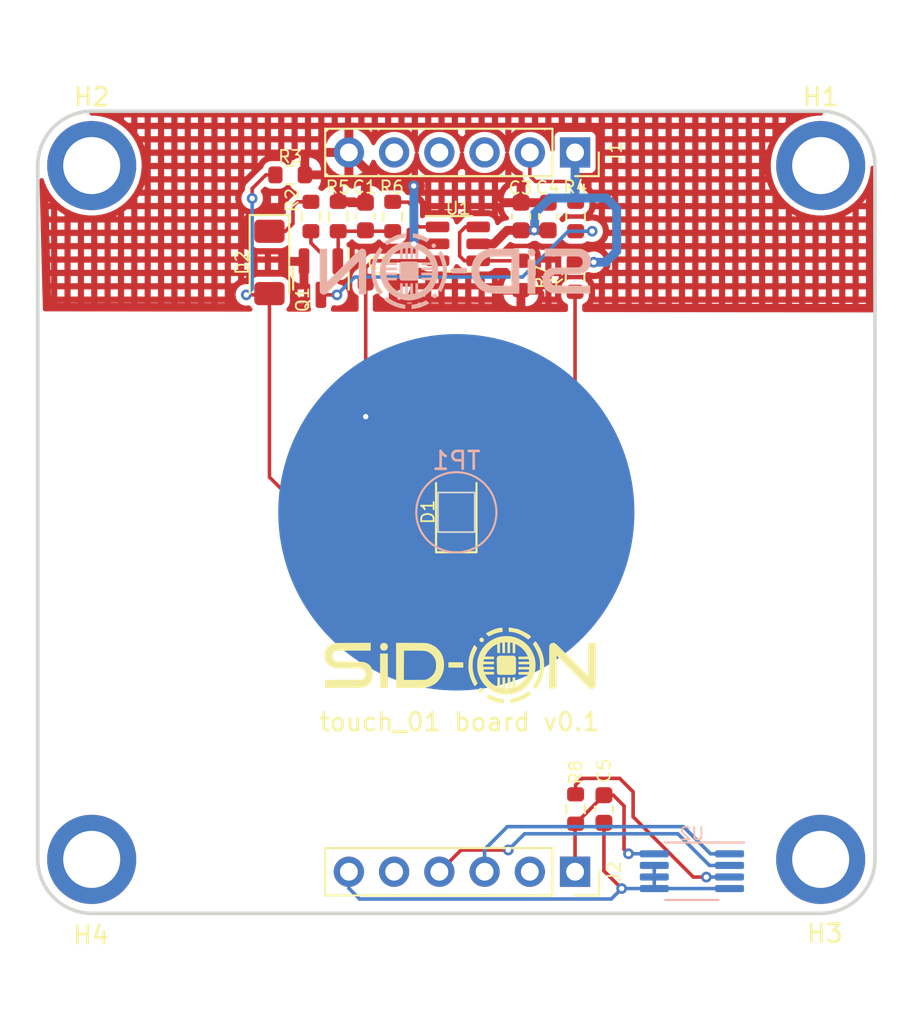
<source format=kicad_pcb>
(kicad_pcb (version 20221018) (generator pcbnew)
  (layers (0 "F.Cu" signal) (31 "B.Cu" signal) (34 "B.Paste" user) (35 "F.Paste" user) (36 "B.SilkS" user "B.Silkscreen") (37 "F.SilkS" user "F.Silkscreen") (38 "B.Mask" user) (39 "F.Mask" user) (44 "Edge.Cuts" user))
  (net 0 "")
  (net 1 "Net-(Q1-B)")
  (net 2 "GND")
  (net 3 "Net-(U1-I)")
  (net 4 "+3V3")
  (net 5 "Net-(D1-K)")
  (net 6 "Net-(D1-A)")
  (net 7 "Net-(D2-K)")
  (net 8 "TOUCH_1")
  (net 9 "TOUCH_2")
  (net 10 "TOUCH_3")
  (net 11 "TOUCH_4")
  (net 12 "1-WIRE")
  (net 13 "SDA")
  (net 14 "SCL")
  (net 15 "GPIO8")
  (net 16 "Net-(Q1-C)")
  (net 17 "Net-(U1-Q)")
  (net 18 "Net-(U1-AHLB)")
  (net 19 "Net-(U2-Alert)")
  (footprint "Capacitor_SMD:C_0603_1608Metric" (layer "F.Cu") (at 151.84 120.76 -90)
    (fp_text reference "C5" (at -2.13 -0.01 90) (layer "F.SilkS") (effects (font (size 0.7 0.7) (thickness 0.1))))
    (fp_text value "100nF")
    (pad "1" smd roundrect (at -0.775 0 270) (size 0.9 0.95) (layers "F.Cu" "F.Paste" "F.Mask") (net 4 "+3V3"))
    (pad "2" smd roundrect (at 0.775 0 270) (size 0.9 0.95) (layers "F.Cu" "F.Paste" "F.Mask") (net 2 "GND"))
  )
  (footprint "Resistor_SMD:R_0603_1608Metric" (layer "F.Cu") (at 150.22 90.915 90)
    (fp_text reference "R1" (at 0 -1.04 90) (layer "F.SilkS") (effects (font (size 0.7 0.7) (thickness 0.1))))
    (fp_text value "1k")
    (pad "1" smd roundrect (at -0.825 0 90) (size 0.8 0.95) (layers "F.Cu" "F.Paste" "F.Mask") (net 6 "Net-(D1-A)"))
    (pad "2" smd roundrect (at 0.825 0 90) (size 0.8 0.95) (layers "F.Cu" "F.Paste" "F.Mask") (net 4 "+3V3"))
  )
  (footprint "Connector_PinSocket_2.54mm:PinSocket_1x06_P2.54mm_Vertical" (layer "F.Cu") (at 150.22 124.28 -90)
    (fp_text reference "J2" (at 0 -2.2 90) (layer "F.SilkS") (effects (font (size 0.7 0.7) (thickness 0.1))))
    (fp_text value "Screw_Terminal_01x06")
    (pad "1" thru_hole rect (at 0 0 270) (size 1.7 1.7) (drill 1) (layers "*.Cu" "*.Mask") (net 4 "+3V3"))
    (pad "2" thru_hole oval (at 0 2.54 270) (size 1.7 1.7) (drill 1) (layers "*.Cu" "*.Mask") (net 12 "1-WIRE"))
    (pad "3" thru_hole oval (at 0 5.08 270) (size 1.7 1.7) (drill 1) (layers "*.Cu" "*.Mask") (net 13 "SDA"))
    (pad "4" thru_hole oval (at 0 7.62 270) (size 1.7 1.7) (drill 1) (layers "*.Cu" "*.Mask") (net 14 "SCL"))
    (pad "5" thru_hole oval (at 0 10.16 270) (size 1.7 1.7) (drill 1) (layers "*.Cu" "*.Mask") (net 15 "GPIO8"))
    (pad "6" thru_hole oval (at 0 12.7 270) (size 1.7 1.7) (drill 1) (layers "*.Cu" "*.Mask") (net 2 "GND"))
  )
  (footprint "MountingHole:MountingHole_3.2mm_M3_ISO7380_Pad" (layer "F.Cu") (at 164.01 84.656676)
    (fp_text reference "H1" (at 0 -3.85) (layer "F.SilkS"))
    (fp_text value "MountingHole")
    (pad "1" thru_hole circle (at 0 0) (size 5 5) (drill 3.2) (layers "*.Cu" "*.Mask"))
  )
  (footprint "Resistor_SMD:R_0603_1608Metric" (layer "F.Cu") (at 150.25 120.76 90)
    (fp_text reference "R8" (at 2.06 0.01 90) (layer "F.SilkS") (effects (font (size 0.7 0.7) (thickness 0.1))))
    (fp_text value "10k")
    (pad "1" smd roundrect (at -0.825 0 90) (size 0.8 0.95) (layers "F.Cu" "F.Paste" "F.Mask") (net 4 "+3V3"))
    (pad "2" smd roundrect (at 0.825 0 90) (size 0.8 0.95) (layers "F.Cu" "F.Paste" "F.Mask") (net 19 "Net-(U2-Alert)"))
  )
  (footprint "Resistor_SMD:R_0603_1608Metric" (layer "F.Cu") (at 150.25 87.515 -90)
    (fp_text reference "R4" (at -1.655 0.02 -180) (layer "F.SilkS") (effects (font (size 0.7 0.7) (thickness 0.1))))
    (fp_text value "1k")
    (pad "1" smd roundrect (at -0.825 0 270) (size 0.8 0.95) (layers "F.Cu" "F.Paste" "F.Mask") (net 8 "TOUCH_1"))
    (pad "2" smd roundrect (at 0.825 0 270) (size 0.8 0.95) (layers "F.Cu" "F.Paste" "F.Mask") (net 16 "Net-(Q1-C)"))
  )
  (footprint "MountingHole:MountingHole_3.2mm_M3_ISO7380_Pad" (layer "F.Cu") (at 123.08 84.656676)
    (fp_text reference "H2" (at 0 -3.85) (layer "F.SilkS"))
    (fp_text value "MountingHole")
    (pad "1" thru_hole circle (at 0 0) (size 5 5) (drill 3.2) (layers "*.Cu" "*.Mask"))
  )
  (footprint "Package_TO_SOT_SMD:SOT-23-6" (layer "F.Cu") (at 143.64 89.05)
    (fp_text reference "U1" (at 0.01 -2) (layer "F.SilkS") (effects (font (size 0.7 0.7) (thickness 0.1))))
    (fp_text value "TTP223-BA6")
    (pad "1" smd roundrect (at -1.1375 -0.95) (size 1.325 0.6) (layers "F.Cu" "F.Paste" "F.Mask") (net 17 "Net-(U1-Q)"))
    (pad "2" smd roundrect (at -1.1375 0) (size 1.325 0.6) (layers "F.Cu" "F.Paste" "F.Mask") (net 2 "GND"))
    (pad "3" smd roundrect (at -1.1375 0.95) (size 1.325 0.6) (layers "F.Cu" "F.Paste" "F.Mask") (net 3 "Net-(U1-I)"))
    (pad "4" smd roundrect (at 1.1375 0.95) (size 1.325 0.6) (layers "F.Cu" "F.Paste" "F.Mask") (net 18 "Net-(U1-AHLB)"))
    (pad "5" smd roundrect (at 1.1375 0) (size 1.325 0.6) (layers "F.Cu" "F.Paste" "F.Mask") (net 4 "+3V3"))
    (pad "6" smd roundrect (at 1.1375 -0.95) (size 1.325 0.6) (layers "F.Cu" "F.Paste" "F.Mask") (net 18 "Net-(U1-AHLB)"))
  )
  (footprint "Resistor_SMD:R_0603_1608Metric" (layer "F.Cu") (at 134.22 85.18 180)
    (fp_text reference "R3" (at -0.01 1.02) (layer "F.SilkS") (effects (font (size 0.7 0.7) (thickness 0.1))))
    (fp_text value "47k")
    (pad "1" smd roundrect (at -0.825 0 180) (size 0.8 0.95) (layers "F.Cu" "F.Paste" "F.Mask") (net 2 "GND"))
    (pad "2" smd roundrect (at 0.825 0 180) (size 0.8 0.95) (layers "F.Cu" "F.Paste" "F.Mask") (net 5 "Net-(D1-K)"))
  )
  (footprint "Capacitor_SMD:C_0603_1608Metric" (layer "F.Cu") (at 147.19 87.515 90)
    (fp_text reference "C3" (at 1.605 -0.03 180) (layer "F.SilkS") (effects (font (size 0.7 0.7) (thickness 0.1))))
    (fp_text value "100nF")
    (pad "1" smd roundrect (at -0.775 0 90) (size 0.9 0.95) (layers "F.Cu" "F.Paste" "F.Mask") (net 4 "+3V3"))
    (pad "2" smd roundrect (at 0.775 0 90) (size 0.9 0.95) (layers "F.Cu" "F.Paste" "F.Mask") (net 2 "GND"))
  )
  (footprint "LED_SMD:LED_1206_3216Metric" (layer "F.Cu") (at 143.55 104.07 90)
    (fp_text reference "D1" (at -0.02 -1.59 90) (layer "F.SilkS") (effects (font (size 0.7 0.7) (thickness 0.1))))
    (fp_text value "LED")
    (pad "1" smd roundrect (at -1.4 0 90) (size 1.25 1.75) (layers "F.Cu" "F.Paste" "F.Mask") (roundrect_rratio 0.2) (net 5 "Net-(D1-K)"))
    (pad "2" smd roundrect (at 1.4 0 90) (size 1.25 1.75) (layers "F.Cu" "F.Paste" "F.Mask") (roundrect_rratio 0.2) (net 6 "Net-(D1-A)"))
  )
  (footprint "Capacitor_SMD:C_0603_1608Metric" (layer "F.Cu") (at 148.71 87.515 90)
    (fp_text reference "C4" (at 1.625 -0.03 180) (layer "F.SilkS") (effects (font (size 0.7 0.7) (thickness 0.1))))
    (fp_text value "10uF")
    (pad "1" smd roundrect (at -0.775 0 90) (size 0.9 0.95) (layers "F.Cu" "F.Paste" "F.Mask") (net 4 "+3V3"))
    (pad "2" smd roundrect (at 0.775 0 90) (size 0.9 0.95) (layers "F.Cu" "F.Paste" "F.Mask") (net 2 "GND"))
  )
  (footprint "sid-on:sid-on1" (layer "F.Cu") (at 144.07 112.846676)
    (fp_text reference "G***" hide)
    (fp_text value "LOGO" hide)
  )
  (footprint "Capacitor_SMD:C_0603_1608Metric" (layer "F.Cu") (at 139.24 91.2)
    (fp_text reference "C2" (at -0.01 -1.07) (layer "F.SilkS") (effects (font (size 0.7 0.7) (thickness 0.1))))
    (fp_text value "30pF")
    (pad "1" smd roundrect (at -0.775 0) (size 0.9 0.95) (layers "F.Cu" "F.Paste" "F.Mask") (net 3 "Net-(U1-I)"))
    (pad "2" smd roundrect (at 0.775 0) (size 0.9 0.95) (layers "F.Cu" "F.Paste" "F.Mask") (net 2 "GND"))
  )
  (footprint "Resistor_SMD:R_0603_1608Metric" (layer "F.Cu") (at 136.92 87.515 90)
    (fp_text reference "R5" (at 1.645 -0.02 180) (layer "F.SilkS") (effects (font (size 0.7 0.7) (thickness 0.1))))
    (fp_text value "10k")
    (pad "1" smd roundrect (at -0.825 0 90) (size 0.8 0.95) (layers "F.Cu" "F.Paste" "F.Mask") (net 1 "Net-(Q1-B)"))
    (pad "2" smd roundrect (at 0.825 0 90) (size 0.8 0.95) (layers "F.Cu" "F.Paste" "F.Mask") (net 2 "GND"))
  )
  (footprint "Connector_PinSocket_2.54mm:PinSocket_1x06_P2.54mm_Vertical" (layer "F.Cu") (at 150.22 83.92 -90)
    (fp_text reference "J1" (at 0 -2.26 90) (layer "F.SilkS") (effects (font (size 0.7 0.7) (thickness 0.1))))
    (fp_text value "Screw_Terminal_01x06")
    (pad "1" thru_hole rect (at 0 0 270) (size 1.7 1.7) (drill 1) (layers "*.Cu" "*.Mask") (net 4 "+3V3"))
    (pad "2" thru_hole oval (at 0 2.54 270) (size 1.7 1.7) (drill 1) (layers "*.Cu" "*.Mask") (net 8 "TOUCH_1"))
    (pad "3" thru_hole oval (at 0 5.08 270) (size 1.7 1.7) (drill 1) (layers "*.Cu" "*.Mask") (net 9 "TOUCH_2"))
    (pad "4" thru_hole oval (at 0 7.62 270) (size 1.7 1.7) (drill 1) (layers "*.Cu" "*.Mask") (net 10 "TOUCH_3"))
    (pad "5" thru_hole oval (at 0 10.16 270) (size 1.7 1.7) (drill 1) (layers "*.Cu" "*.Mask") (net 11 "TOUCH_4"))
    (pad "6" thru_hole oval (at 0 12.7 270) (size 1.7 1.7) (drill 1) (layers "*.Cu" "*.Mask") (net 2 "GND"))
  )
  (footprint "Resistor_SMD:R_0603_1608Metric" (layer "F.Cu") (at 147.18 90.82 90)
    (fp_text reference "R7" (at -0.08 1.16 90) (layer "F.SilkS") (effects (font (size 0.7 0.7) (thickness 0.1))))
    (fp_text value "0k_NC")
    (pad "1" smd roundrect (at -0.825 0 90) (size 0.8 0.95) (layers "F.Cu" "F.Paste" "F.Mask") (net 2 "GND"))
    (pad "2" smd roundrect (at 0.825 0 90) (size 0.8 0.95) (layers "F.Cu" "F.Paste" "F.Mask") (net 18 "Net-(U1-AHLB)"))
  )
  (footprint "MountingHole:MountingHole_3.2mm_M3_ISO7380_Pad" (layer "F.Cu") (at 123.08 123.586676)
    (fp_text reference "H4" (at -0.04 4.253324) (layer "F.SilkS"))
    (fp_text value "MountingHole")
    (pad "1" thru_hole circle (at 0 0) (size 5 5) (drill 3.2) (layers "*.Cu" "*.Mask"))
  )
  (footprint "Diode_SMD:D_MiniMELF" (layer "F.Cu") (at 133.06 90.0925 -90)
    (fp_text reference "D2" (at 0.0075 1.54 90) (layer "F.SilkS") (effects (font (size 0.7 0.7) (thickness 0.1))))
    (fp_text value "1N4148")
    (pad "1" smd roundrect (at -1.75 0 270) (size 1.3 1.7) (layers "F.Cu" "F.Paste" "F.Mask") (roundrect_rratio 0.1923076923) (net 7 "Net-(D2-K)"))
    (pad "2" smd roundrect (at 1.75 0 270) (size 1.3 1.7) (layers "F.Cu" "F.Paste" "F.Mask") (roundrect_rratio 0.1923076923) (net 5 "Net-(D1-K)"))
  )
  (footprint "Capacitor_SMD:C_0603_1608Metric" (layer "F.Cu") (at 138.45 87.515 90)
    (fp_text reference "C1" (at 1.655 -0.05 180) (layer "F.SilkS") (effects (font (size 0.7 0.7) (thickness 0.1))))
    (fp_text value "100nF")
    (pad "1" smd roundrect (at -0.775 0 90) (size 0.9 0.95) (layers "F.Cu" "F.Paste" "F.Mask") (net 1 "Net-(Q1-B)"))
    (pad "2" smd roundrect (at 0.775 0 90) (size 0.9 0.95) (layers "F.Cu" "F.Paste" "F.Mask") (net 2 "GND"))
  )
  (footprint "Resistor_SMD:R_0603_1608Metric" (layer "F.Cu") (at 139.98 87.515 90)
    (fp_text reference "R6" (at 1.645 -0.05 180) (layer "F.SilkS") (effects (font (size 0.7 0.7) (thickness 0.1))))
    (fp_text value "1k")
    (pad "1" smd roundrect (at -0.825 0 90) (size 0.8 0.95) (layers "F.Cu" "F.Paste" "F.Mask") (net 1 "Net-(Q1-B)"))
    (pad "2" smd roundrect (at 0.825 0 90) (size 0.8 0.95) (layers "F.Cu" "F.Paste" "F.Mask") (net 17 "Net-(U1-Q)"))
  )
  (footprint "Package_TO_SOT_SMD:SOT-23" (layer "F.Cu") (at 135.95 90.9725 -90)
    (fp_text reference "Q1" (at 1.2075 1.03 90) (layer "F.SilkS") (effects (font (size 0.7 0.7) (thickness 0.1))))
    (fp_text value "BC817")
    (pad "1" smd roundrect (at -0.9375 -0.95 270) (size 1.475 0.6) (layers "F.Cu" "F.Paste" "F.Mask") (net 1 "Net-(Q1-B)"))
    (pad "2" smd roundrect (at -0.9375 0.95 270) (size 1.475 0.6) (layers "F.Cu" "F.Paste" "F.Mask") (net 2 "GND"))
    (pad "3" smd roundrect (at 0.9375 0 270) (size 1.475 0.6) (layers "F.Cu" "F.Paste" "F.Mask") (net 16 "Net-(Q1-C)"))
  )
  (footprint "MountingHole:MountingHole_3.2mm_M3_ISO7380_Pad" (layer "F.Cu") (at 164.01 123.586676)
    (fp_text reference "H3" (at 0.23 4.153324) (layer "F.SilkS"))
    (fp_text value "MountingHole" hide)
    (pad "1" thru_hole circle (at 0 0) (size 5 5) (drill 3.2) (layers "*.Cu" "*.Mask"))
  )
  (footprint "Resistor_SMD:R_0603_1608Metric" (layer "F.Cu") (at 135.39 87.515 -90)
    (fp_text reference "R2" (at -0.915 1.06 90) (layer "F.SilkS") (effects (font (size 0.7 0.7) (thickness 0.1))))
    (fp_text value "1k")
    (pad "1" smd roundrect (at -0.825 0 270) (size 0.8 0.95) (layers "F.Cu" "F.Paste" "F.Mask") (net 7 "Net-(D2-K)"))
    (pad "2" smd roundrect (at 0.825 0 270) (size 0.8 0.95) (layers "F.Cu" "F.Paste" "F.Mask") (net 16 "Net-(Q1-C)"))
  )
  (footprint "sid-on:sid-on1" (layer "B.Cu") (at 143.19 90.726676 180)
    (fp_text reference "G***" hide)
    (fp_text value "LOGO" hide)
  )
  (footprint "TestPoint:TestPoint_Pad_D4.0mm" (layer "B.Cu") (at 143.553346 104.111688 180)
    (fp_text reference "TP1" (at 0 2.898) (layer "B.SilkS") (effects (justify mirror)))
    (fp_text value "Touch")
    (pad "1" smd circle (at 0 0 180) (size 20 20) (layers "B.Cu" "B.Mask") (net 3 "Net-(U1-I)"))
  )
  (footprint "Package_SO:MSOP-8_3x3mm_P0.65mm" (layer "B.Cu") (at 156.78 124.25 180)
    (fp_text reference "U2" (at 0 2.1) (layer "B.SilkS") (effects (font (size 0.7 0.7) (thickness 0.1)) (justify mirror)))
    (fp_text value "LM75_MSOP")
    (pad "1" smd roundrect (at -2.1125 0.975 180) (size 1.625 0.4) (layers "B.Cu" "B.Paste" "B.Mask") (net 13 "SDA"))
    (pad "2" smd roundrect (at -2.1125 0.325 180) (size 1.625 0.4) (layers "B.Cu" "B.Paste" "B.Mask") (net 14 "SCL"))
    (pad "3" smd roundrect (at -2.1125 -0.325 180) (size 1.625 0.4) (layers "B.Cu" "B.Paste" "B.Mask") (net 19 "Net-(U2-Alert)"))
    (pad "4" smd roundrect (at -2.1125 -0.975 180) (size 1.625 0.4) (layers "B.Cu" "B.Paste" "B.Mask") (net 2 "GND"))
    (pad "5" smd roundrect (at 2.1125 -0.975 180) (size 1.625 0.4) (layers "B.Cu" "B.Paste" "B.Mask") (net 2 "GND"))
    (pad "6" smd roundrect (at 2.1125 -0.325 180) (size 1.625 0.4) (layers "B.Cu" "B.Paste" "B.Mask") (net 2 "GND"))
    (pad "7" smd roundrect (at 2.1125 0.325 180) (size 1.625 0.4) (layers "B.Cu" "B.Paste" "B.Mask") (net 2 "GND"))
    (pad "8" smd roundrect (at 2.1125 0.975 180) (size 1.625 0.4) (layers "B.Cu" "B.Paste" "B.Mask") (net 4 "+3V3"))
  )
  (gr_line (start 120.050016 123.576677) (end 120.05 84.676676) (stroke (width 0.2)) (layer "Edge.Cuts"))
  (gr_line (start 164.003324 126.616676) (end 123.1 126.616676) (stroke (width 0.2)) (layer "Edge.Cuts"))
  (gr_rect (start 142.523346 103.001688) (end 144.583346 105.221688) (stroke (width 0.1)) (fill none) (layer "Edge.Cuts"))
  (gr_arc (start 164 81.6067) (mid 166.161388 82.501971) (end 167.056676 84.663352) (stroke (width 0.2)) (layer "Edge.Cuts"))
  (gr_arc (start 120.050066 84.676676) (mid 120.936265 82.507083) (end 123.1 81.606676) (stroke (width 0.2)) (layer "Edge.Cuts"))
  (gr_line (start 164 81.6067) (end 123.1 81.606676) (stroke (width 0.2)) (layer "Edge.Cuts"))
  (gr_arc (start 123.1 126.616676) (mid 120.946863 125.726885) (end 120.050016 123.576677) (stroke (width 0.2)) (layer "Edge.Cuts"))
  (gr_arc (start 167.06 123.56) (mid 166.164713 125.721389) (end 164.003324 126.616676) (stroke (width 0.2)) (layer "Edge.Cuts"))
  (gr_line (start 167.06 123.56) (end 167.056676 84.663352) (stroke (width 0.2)) (layer "Edge.Cuts"))
  (gr_text "touch_01 board v0.1" (at 143.73 115.876676) (layer "F.SilkS") (effects (font (size 1 1))))
  (segment (start 139.98 88.34) (end 136.92 88.34) (width 0.2) (layer "F.Cu") (net 1))
  (segment (start 136.92 90.015) (end 136.9 90.035) (width 0.2) (layer "F.Cu") (net 1))
  (segment (start 136.92 88.34) (end 136.92 90.015) (width 0.2) (layer "F.Cu") (net 1))
  (segment (start 139.4 85.8) (end 137.52 83.92) (width 0.5) (layer "F.Cu") (net 2))
  (segment (start 141.16 85.8) (end 139.4 85.8) (width 0.5) (layer "F.Cu") (net 2))
  (segment (start 142.5025 89.05) (end 141.17 89.05) (width 0.5) (layer "F.Cu") (net 2))
  (segment (start 151.84 121.535) (end 151.84 124.23) (width 0.2) (layer "F.Cu") (net 2))
  (segment (start 151.84 124.23) (end 152.835 125.225) (width 0.2) (layer "F.Cu") (net 2))
  (via (at 141.17 89.05) (size 0.6) (drill 0.3) (layers "F.Cu" "B.Cu") (net 2))
  (via (at 141.16 85.8) (size 0.6) (drill 0.3) (layers "F.Cu" "B.Cu") (net 2))
  (via (at 152.835 125.225) (size 0.6) (drill 0.3) (layers "F.Cu" "B.Cu") (net 2))
  (segment (start 158.8925 125.225) (end 154.6675 125.225) (width 0.2) (layer "B.Cu") (net 2))
  (segment (start 141.17 89.05) (end 141.17 85.81) (width 0.5) (layer "B.Cu") (net 2))
  (segment (start 154.6675 125.225) (end 152.835 125.225) (width 0.2) (layer "B.Cu") (net 2))
  (segment (start 138.12 125.81) (end 137.52 125.21) (width 0.2) (layer "B.Cu") (net 2))
  (segment (start 152.835 125.225) (end 152.25 125.81) (width 0.2) (layer "B.Cu") (net 2))
  (segment (start 137.52 125.21) (end 137.52 124.28) (width 0.2) (layer "B.Cu") (net 2))
  (segment (start 141.17 85.81) (end 141.16 85.8) (width 0.5) (layer "B.Cu") (net 2))
  (segment (start 152.25 125.81) (end 138.12 125.81) (width 0.2) (layer "B.Cu") (net 2))
  (segment (start 154.6675 123.925) (end 154.6675 125.225) (width 0.2) (layer "B.Cu") (net 2))
  (segment (start 138.465 90.385) (end 138.465 91.2) (width 0.2) (layer "F.Cu") (net 3))
  (segment (start 138.85 90) (end 138.465 90.385) (width 0.2) (layer "F.Cu") (net 3))
  (segment (start 142.5025 90) (end 138.85 90) (width 0.2) (layer "F.Cu") (net 3))
  (segment (start 138.465 98.745) (end 138.465 91.2) (width 0.2) (layer "F.Cu") (net 3))
  (via (at 138.465 98.745) (size 0.6) (drill 0.3) (layers "F.Cu" "B.Cu") (net 3))
  (segment (start 147.91 88.29) (end 147.92 88.28) (width 0.5) (layer "F.Cu") (net 4))
  (segment (start 150.22 124.28) (end 150.22 121.615) (width 0.2) (layer "F.Cu") (net 4))
  (segment (start 150.22 121.615) (end 150.25 121.585) (width 0.2) (layer "F.Cu") (net 4))
  (segment (start 146.41 88.29) (end 147.91 88.29) (width 0.5) (layer "F.Cu") (net 4))
  (segment (start 147.93 88.29) (end 148.71 88.29) (width 0.5) (layer "F.Cu") (net 4))
  (segment (start 152.365 119.985) (end 152.97 120.59) (width 0.2) (layer "F.Cu") (net 4))
  (segment (start 150.25 121.585) (end 151.84 119.995) (width 0.2) (layer "F.Cu") (net 4))
  (segment (start 151.84 119.985) (end 152.365 119.985) (width 0.2) (layer "F.Cu") (net 4))
  (segment (start 150.23 90.08) (end 150.22 90.09) (width 0.5) (layer "F.Cu") (net 4))
  (segment (start 151.27 90.08) (end 150.23 90.08) (width 0.5) (layer "F.Cu") (net 4))
  (segment (start 152.97 123.02) (end 153.22 123.27) (width 0.2) (layer "F.Cu") (net 4))
  (segment (start 151.84 119.995) (end 151.84 119.985) (width 0.2) (layer "F.Cu") (net 4))
  (segment (start 144.7775 89.05) (end 145.65 89.05) (width 0.5) (layer "F.Cu") (net 4))
  (segment (start 147.92 88.28) (end 147.93 88.29) (width 0.5) (layer "F.Cu") (net 4))
  (segment (start 152.97 120.59) (end 152.97 123.02) (width 0.2) (layer "F.Cu") (net 4))
  (segment (start 145.65 89.05) (end 146.41 88.29) (width 0.5) (layer "F.Cu") (net 4))
  (via (at 153.22 123.27) (size 0.6) (drill 0.3) (layers "F.Cu" "B.Cu") (net 4))
  (via (at 151.27 90.08) (size 0.6) (drill 0.3) (layers "F.Cu" "B.Cu") (net 4))
  (via (at 147.92 88.28) (size 0.6) (drill 0.3) (layers "F.Cu" "B.Cu") (net 4))
  (segment (start 151.27 90.08) (end 151.94 90.08) (width 0.5) (layer "B.Cu") (net 4))
  (segment (start 152.56 89.46) (end 152.56 87.07) (width 0.5) (layer "B.Cu") (net 4))
  (segment (start 151.97 86.48) (end 150.22 86.48) (width 0.5) (layer "B.Cu") (net 4))
  (segment (start 147.95 88.25) (end 147.92 88.28) (width 0.5) (layer "B.Cu") (net 4))
  (segment (start 150.22 86.48) (end 150.22 83.92) (width 0.5) (layer "B.Cu") (net 4))
  (segment (start 147.95 87.34) (end 147.95 88.25) (width 0.5) (layer "B.Cu") (net 4))
  (segment (start 153.22 123.27) (end 154.6625 123.27) (width 0.2) (layer "B.Cu") (net 4))
  (segment (start 151.94 90.08) (end 152.56 89.46) (width 0.5) (layer "B.Cu") (net 4))
  (segment (start 154.6625 123.27) (end 154.6675 123.275) (width 0.2) (layer "B.Cu") (net 4))
  (segment (start 150.22 86.48) (end 148.81 86.48) (width 0.5) (layer "B.Cu") (net 4))
  (segment (start 148.81 86.48) (end 147.95 87.34) (width 0.5) (layer "B.Cu") (net 4))
  (segment (start 152.56 87.07) (end 151.97 86.48) (width 0.5) (layer "B.Cu") (net 4))
  (segment (start 136.39 105.47) (end 143.55 105.47) (width 0.2) (layer "F.Cu") (net 5))
  (segment (start 132.1 86.49) (end 132.09 86.5) (width 0.2) (layer "F.Cu") (net 5))
  (segment (start 132.86 85.18) (end 132.09 85.95) (width 0.2) (layer "F.Cu") (net 5))
  (segment (start 133.06 102.14) (end 136.39 105.47) (width 0.2) (layer "F.Cu") (net 5))
  (segment (start 132.9925 91.91) (end 133.06 91.8425) (width 0.2) (layer "F.Cu") (net 5))
  (segment (start 132.09 85.95) (end 132.09 86.5) (width 0.2) (layer "F.Cu") (net 5))
  (segment (start 133.395 85.18) (end 132.86 85.18) (width 0.2) (layer "F.Cu") (net 5))
  (segment (start 131.76 91.91) (end 132.9925 91.91) (width 0.2) (layer "F.Cu") (net 5))
  (segment (start 133.06 91.8425) (end 133.06 102.14) (width 0.2) (layer "F.Cu") (net 5))
  (via (at 131.76 91.91) (size 0.6) (drill 0.3) (layers "F.Cu" "B.Cu") (net 5))
  (via (at 132.09 86.5) (size 0.6) (drill 0.3) (layers "F.Cu" "B.Cu") (net 5))
  (segment (start 132.09 91.58) (end 131.76 91.91) (width 0.2) (layer "B.Cu") (net 5))
  (segment (start 132.09 86.5) (end 132.09 91.58) (width 0.2) (layer "B.Cu") (net 5))
  (segment (start 150.22 91.74) (end 150.22 98.75) (width 0.2) (layer "F.Cu") (net 6))
  (segment (start 150.22 98.75) (end 146.3 102.67) (width 0.2) (layer "F.Cu") (net 6))
  (segment (start 146.3 102.67) (end 143.55 102.67) (width 0.2) (layer "F.Cu") (net 6))
  (segment (start 133.9475 88.3425) (end 134.38 87.91) (width 0.2) (layer "F.Cu") (net 7))
  (segment (start 134.64 86.69) (end 135.39 86.69) (width 0.2) (layer "F.Cu") (net 7))
  (segment (start 134.38 86.95) (end 134.64 86.69) (width 0.2) (layer "F.Cu") (net 7))
  (segment (start 134.38 87.91) (end 134.38 86.95) (width 0.2) (layer "F.Cu") (net 7))
  (segment (start 133.06 88.3425) (end 133.9475 88.3425) (width 0.2) (layer "F.Cu") (net 7))
  (segment (start 147.68 85.23) (end 147.68 83.92) (width 0.2) (layer "F.Cu") (net 8))
  (segment (start 149.92 85.55) (end 148 85.55) (width 0.2) (layer "F.Cu") (net 8))
  (segment (start 150.25 86.69) (end 150.25 85.88) (width 0.2) (layer "F.Cu") (net 8))
  (segment (start 150.25 85.88) (end 149.92 85.55) (width 0.2) (layer "F.Cu") (net 8))
  (segment (start 148 85.55) (end 147.68 85.23) (width 0.2) (layer "F.Cu") (net 8))
  (segment (start 158.8925 123.275) (end 157.825 123.275) (width 0.2) (layer "B.Cu") (net 13))
  (segment (start 145.14 123.03) (end 145.14 124.28) (width 0.2) (layer "B.Cu") (net 13))
  (segment (start 156.3 121.75) (end 146.42 121.75) (width 0.2) (layer "B.Cu") (net 13))
  (segment (start 146.42 121.75) (end 145.14 123.03) (width 0.2) (layer "B.Cu") (net 13))
  (segment (start 157.825 123.275) (end 156.3 121.75) (width 0.2) (layer "B.Cu") (net 13))
  (segment (start 143.82 123.06) (end 142.6 124.28) (width 0.2) (layer "F.Cu") (net 14))
  (segment (start 146.47 123.06) (end 143.82 123.06) (width 0.2) (layer "F.Cu") (net 14))
  (via (at 146.47 123.06) (size 0.6) (drill 0.3) (layers "F.Cu" "B.Cu") (net 14))
  (segment (start 156.69 122.85) (end 155.99 122.15) (width 0.2) (layer "B.Cu") (net 14))
  (segment (start 158.8925 123.925) (end 157.765 123.925) (width 0.2) (layer "B.Cu") (net 14))
  (segment (start 155.99 122.15) (end 153.44 122.15) (width 0.2) (layer "B.Cu") (net 14))
  (segment (start 157.765 123.925) (end 156.69 122.85) (width 0.2) (layer "B.Cu") (net 14))
  (segment (start 147.38 122.15) (end 146.47 123.06) (width 0.2) (layer "B.Cu") (net 14))
  (segment (start 153.44 122.15) (end 147.38 122.15) (width 0.2) (layer "B.Cu") (net 14))
  (segment (start 136.85 91.91) (end 135.95 91.91) (width 0.2) (layer "F.Cu") (net 16))
  (segment (start 136 91.86) (end 135.95 91.91) (width 0.2) (layer "F.Cu") (net 16))
  (segment (start 150.25 88.34) (end 151.18 88.34) (width 0.2) (layer "F.Cu") (net 16))
  (segment (start 136 89.61) (end 136 91.86) (width 0.2) (layer "F.Cu") (net 16))
  (segment (start 135.39 89) (end 136 89.61) (width 0.2) (layer "F.Cu") (net 16))
  (segment (start 135.39 88.34) (end 135.39 89) (width 0.2) (layer "F.Cu") (net 16))
  (via (at 136.85 91.91) (size 0.6) (drill 0.3) (layers "F.Cu" "B.Cu") (net 16))
  (via (at 151.18 88.34) (size 0.6) (drill 0.3) (layers "F.Cu" "B.Cu") (net 16))
  (segment (start 137.85 90.91) (end 136.85 91.91) (width 0.2) (layer "B.Cu") (net 16))
  (segment (start 147.27 90.91) (end 137.85 90.91) (width 0.2) (layer "B.Cu") (net 16))
  (segment (start 151.18 88.34) (end 149.84 88.34) (width 0.2) (layer "B.Cu") (net 16))
  (segment (start 149.84 88.34) (end 147.27 90.91) (width 0.2) (layer "B.Cu") (net 16))
  (segment (start 140 86.71) (end 139.98 86.69) (width 0.2) (layer "F.Cu") (net 17))
  (segment (start 142.5025 88.1) (end 141.45 88.1) (width 0.2) (layer "F.Cu") (net 17))
  (segment (start 140.85 86.71) (end 140 86.71) (width 0.2) (layer "F.Cu") (net 17))
  (segment (start 141.11 87.76) (end 141.11 86.97) (width 0.2) (layer "F.Cu") (net 17))
  (segment (start 141.11 86.97) (end 140.85 86.71) (width 0.2) (layer "F.Cu") (net 17))
  (segment (start 141.45 88.1) (end 141.11 87.76) (width 0.2) (layer "F.Cu") (net 17))
  (segment (start 144.7775 88.1) (end 144.06 88.1) (width 0.2) (layer "F.Cu") (net 18))
  (segment (start 144.01 90) (end 144.7775 90) (width 0.2) (layer "F.Cu") (net 18))
  (segment (start 144.7775 90) (end 147.175 90) (width 0.2) (layer "F.Cu") (net 18))
  (segment (start 144.06 88.1) (end 143.74 88.42) (width 0.2) (layer "F.Cu") (net 18))
  (segment (start 143.74 88.42) (end 143.74 89.73) (width 0.2) (layer "F.Cu") (net 18))
  (segment (start 147.175 90) (end 147.18 89.995) (width 0.2) (layer "F.Cu") (net 18))
  (segment (start 143.74 89.73) (end 144.01 90) (width 0.2) (layer "F.Cu") (net 18))
  (segment (start 150.25 119.935) (end 150.25 119.41) (width 0.2) (layer "F.Cu") (net 19))
  (segment (start 150.62 119.04) (end 152.72 119.04) (width 0.2) (layer "F.Cu") (net 19))
  (segment (start 150.25 119.41) (end 150.62 119.04) (width 0.2) (layer "F.Cu") (net 19))
  (segment (start 156.86 124.58) (end 157.59 124.58) (width 0.2) (layer "F.Cu") (net 19))
  (segment (start 153.33 119.65) (end 153.48 119.8) (width 0.2) (layer "F.Cu") (net 19))
  (segment (start 153.48 121.2) (end 156.86 124.58) (width 0.2) (layer "F.Cu") (net 19))
  (segment (start 152.72 119.04) (end 153.33 119.65) (width 0.2) (layer "F.Cu") (net 19))
  (segment (start 153.48 119.8) (end 153.48 121.2) (width 0.2) (layer "F.Cu") (net 19))
  (via (at 157.59 124.58) (size 0.6) (drill 0.3) (layers "F.Cu" "B.Cu") (net 19))
  (segment (start 157.59 124.58) (end 158.8875 124.58) (width 0.2) (layer "B.Cu") (net 19))
  (segment (start 158.8875 124.58) (end 158.8925 124.575) (width 0.2) (layer "B.Cu") (net 19))
  (zone (net 2) (net_name "GND") (layer "F.Cu") (connect_pads (clearance 0.3)) (min_thickness 0.25) (fill yes (mode hatch) (thermal_gap 0.5) (thermal_bridge_width 0.5) (smoothing fillet) (radius 0.1) (hatch_thickness 0.35) (hatch_gap 0.4) (hatch_orientation 0) (hatch_border_algorithm hatch_thickness) (hatch_min_hole_area 0.3))
    (polygon (pts (xy 120.04 81.266676) (xy 167.41 81.296676) (xy 167.75 92.896676) (xy 120.34 92.836676)))
  )
)
</source>
